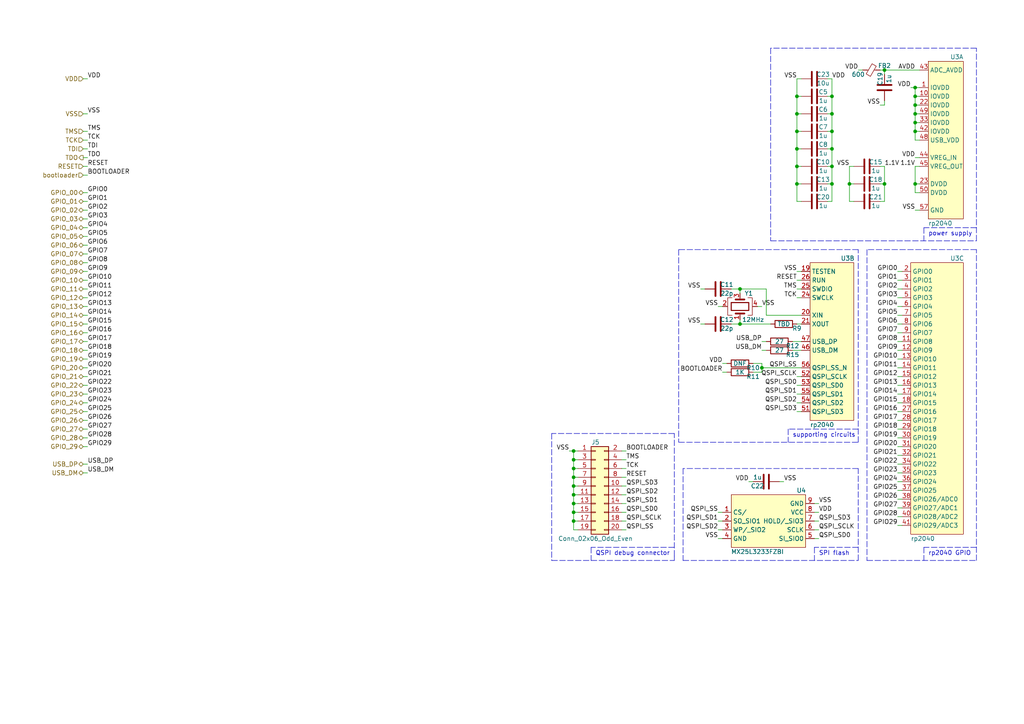
<source format=kicad_sch>
(kicad_sch (version 20211123) (generator eeschema)
  (paper "A4")
  (lib_symbols
    (symbol "Connector_Generic:Conn_02x10_Odd_Even" (pin_names (offset 1.016) hide)
      (property "Reference" "J" (at 1.27 12.7 0))
      (property "Value" "Conn_02x10_Odd_Even" (at 1.27 -15.24 0))
      (symbol "Conn_02x10_Odd_Even_1_1"
        (rectangle (start -1.27 -12.573) (end 0 -12.827) (stroke (width 0.1524)))
        (rectangle (start -1.27 -10.033) (end 0 -10.287) (stroke (width 0.1524)))
        (rectangle (start -1.27 -7.493) (end 0 -7.747) (stroke (width 0.1524)))
        (rectangle (start -1.27 -4.953) (end 0 -5.207) (stroke (width 0.1524)))
        (rectangle (start -1.27 -2.413) (end 0 -2.667) (stroke (width 0.1524)))
        (rectangle (start -1.27 0.127) (end 0 -0.127) (stroke (width 0.1524)))
        (rectangle (start -1.27 2.667) (end 0 2.413) (stroke (width 0.1524)))
        (rectangle (start -1.27 5.207) (end 0 4.953) (stroke (width 0.1524)))
        (rectangle (start -1.27 7.747) (end 0 7.493) (stroke (width 0.1524)))
        (rectangle (start -1.27 10.287) (end 0 10.033) (stroke (width 0.1524)))
        (rectangle (start -1.27 11.43) (end 3.81 -13.97) (stroke (width 0.254)) (fill (type background)))
        (rectangle (start 3.81 -12.573) (end 2.54 -12.827) (stroke (width 0.1524)))
        (rectangle (start 3.81 -10.033) (end 2.54 -10.287) (stroke (width 0.1524)))
        (rectangle (start 3.81 -7.493) (end 2.54 -7.747) (stroke (width 0.1524)))
        (rectangle (start 3.81 -4.953) (end 2.54 -5.207) (stroke (width 0.1524)))
        (rectangle (start 3.81 -2.413) (end 2.54 -2.667) (stroke (width 0.1524)))
        (rectangle (start 3.81 0.127) (end 2.54 -0.127) (stroke (width 0.1524)))
        (rectangle (start 3.81 2.667) (end 2.54 2.413) (stroke (width 0.1524)))
        (rectangle (start 3.81 5.207) (end 2.54 4.953) (stroke (width 0.1524)))
        (rectangle (start 3.81 7.747) (end 2.54 7.493) (stroke (width 0.1524)))
        (rectangle (start 3.81 10.287) (end 2.54 10.033) (stroke (width 0.1524)))
        (pin passive line (at -5.08 10.16 0) (length 3.81) (name "Pin_1") (number "1"))
        (pin passive line (at 7.62 0 180) (length 3.81) (name "Pin_10") (number "10"))
        (pin passive line (at -5.08 -2.54 0) (length 3.81) (name "Pin_11") (number "11"))
        (pin passive line (at 7.62 -2.54 180) (length 3.81) (name "Pin_12") (number "12"))
        (pin passive line (at -5.08 -5.08 0) (length 3.81) (name "Pin_13") (number "13"))
        (pin passive line (at 7.62 -5.08 180) (length 3.81) (name "Pin_14") (number "14"))
        (pin passive line (at -5.08 -7.62 0) (length 3.81) (name "Pin_15") (number "15"))
        (pin passive line (at 7.62 -7.62 180) (length 3.81) (name "Pin_16") (number "16"))
        (pin passive line (at -5.08 -10.16 0) (length 3.81) (name "Pin_17") (number "17"))
        (pin passive line (at 7.62 -10.16 180) (length 3.81) (name "Pin_18") (number "18"))
        (pin passive line (at -5.08 -12.7 0) (length 3.81) (name "Pin_19") (number "19"))
        (pin passive line (at 7.62 10.16 180) (length 3.81) (name "Pin_2") (number "2"))
        (pin passive line (at 7.62 -12.7 180) (length 3.81) (name "Pin_20") (number "20"))
        (pin passive line (at -5.08 7.62 0) (length 3.81) (name "Pin_3") (number "3"))
        (pin passive line (at 7.62 7.62 180) (length 3.81) (name "Pin_4") (number "4"))
        (pin passive line (at -5.08 5.08 0) (length 3.81) (name "Pin_5") (number "5"))
        (pin passive line (at 7.62 5.08 180) (length 3.81) (name "Pin_6") (number "6"))
        (pin passive line (at -5.08 2.54 0) (length 3.81) (name "Pin_7") (number "7"))
        (pin passive line (at 7.62 2.54 180) (length 3.81) (name "Pin_8") (number "8"))
        (pin passive line (at -5.08 0 0) (length 3.81) (name "Pin_9") (number "9"))
      )
    )
    (symbol "Device:C" (pin_numbers hide) (pin_names (offset 0.254))
      (property "Reference" "C" (at 0.635 2.54 0))
      (property "Value" "C" (at 0.635 -2.54 0))
      (symbol "C_0_1"
        (polyline (pts (xy -2.032 -0.762) (xy 2.032 -0.762)) (stroke (width 0.508)))
        (polyline (pts (xy -2.032 0.762) (xy 2.032 0.762)) (stroke (width 0.508)))
      )
      (symbol "C_1_1"
        (pin passive line (at 0 3.81 270) (length 2.794) (name "~") (number "1"))
        (pin passive line (at 0 -3.81 90) (length 2.794) (name "~") (number "2"))
      )
    )
    (symbol "Device:Crystal_GND24" (pin_names (offset 1.016) hide)
      (property "Reference" "Y" (at 3.175 5.08 0))
      (property "Value" "Crystal_GND24" (at 3.175 3.175 0))
      (symbol "Crystal_GND24_0_1"
        (rectangle (start -1.143 2.54) (end 1.143 -2.54) (stroke (width 0.3048)))
        (polyline (pts (xy -2.54 0) (xy -2.032 0)))
        (polyline (pts (xy -2.032 -1.27) (xy -2.032 1.27)) (stroke (width 0.508)))
        (polyline (pts (xy 0 -3.81) (xy 0 -3.556)))
        (polyline (pts (xy 0 3.556) (xy 0 3.81)))
        (polyline (pts (xy 2.032 -1.27) (xy 2.032 1.27)) (stroke (width 0.508)))
        (polyline (pts (xy 2.032 0) (xy 2.54 0)))
        (polyline (pts (xy -2.54 -2.286) (xy -2.54 -3.556) (xy 2.54 -3.556) (xy 2.54 -2.286)))
        (polyline (pts (xy -2.54 2.286) (xy -2.54 3.556) (xy 2.54 3.556) (xy 2.54 2.286)))
      )
      (symbol "Crystal_GND24_1_1"
        (pin passive line (at -3.81 0 0) (length 1.27) (name "1") (number "1"))
        (pin passive line (at 0 5.08 270) (length 1.27) (name "2") (number "2"))
        (pin passive line (at 3.81 0 180) (length 1.27) (name "3") (number "3"))
        (pin passive line (at 0 -5.08 90) (length 1.27) (name "4") (number "4"))
      )
    )
    (symbol "Device:FerriteBead_Small" (pin_numbers hide) (pin_names (offset 0))
      (property "Reference" "FB" (at 1.905 1.27 0))
      (property "Value" "FerriteBead_Small" (at 1.905 -1.27 0))
      (symbol "FerriteBead_Small_0_1"
        (polyline (pts (xy 0 -1.27) (xy 0 -0.7874)))
        (polyline (pts (xy 0 0.889) (xy 0 1.2954)))
        (polyline (pts (xy -1.8288 0.2794) (xy -1.1176 1.4986) (xy 1.8288 -0.2032) (xy 1.1176 -1.4224) (xy -1.8288 0.2794)))
      )
      (symbol "FerriteBead_Small_1_1"
        (pin passive line (at 0 2.54 270) (length 1.27) (name "~") (number "1"))
        (pin passive line (at 0 -2.54 90) (length 1.27) (name "~") (number "2"))
      )
    )
    (symbol "Device:R" (pin_numbers hide) (pin_names (offset 0))
      (property "Reference" "R" (at 2.032 0 90))
      (property "Value" "R" (at 0 0 90))
      (symbol "R_0_1"
        (rectangle (start -1.016 -2.54) (end 1.016 2.54) (stroke (width 0.254)))
      )
      (symbol "R_1_1"
        (pin passive line (at 0 3.81 270) (length 1.27) (name "~") (number "1"))
        (pin passive line (at 0 -3.81 90) (length 1.27) (name "~") (number "2"))
      )
    )
    (symbol "SquantorGenericDigital:25X_9pin_QSPI_flash"
      (property "Reference" "U" (at 0 10.16 0))
      (property "Value" "25X_9pin_QSPI_flash" (at 0 -10.16 0))
      (symbol "25X_9pin_QSPI_flash_0_1"
        (rectangle (start -11.43 8.89) (end 10.16 -6.35) (fill (type background)))
      )
      (symbol "25X_9pin_QSPI_flash_1_1"
        (pin input line (at -13.97 3.81 0) (length 2.54) (name "CS/") (number "1"))
        (pin bidirectional line (at -13.97 1.27 0) (length 2.54) (name "SO_SIO1") (number "2"))
        (pin bidirectional line (at -13.97 -1.27 0) (length 2.54) (name "WP/_SIO2") (number "3"))
        (pin power_in line (at -13.97 -3.81 0) (length 2.54) (name "GND") (number "4"))
        (pin power_in line (at 12.7 -3.81 180) (length 2.54) (name "SI_SIO0") (number "5"))
        (pin input line (at 12.7 -1.27 180) (length 2.54) (name "SCLK") (number "6"))
        (pin bidirectional line (at 12.7 1.27 180) (length 2.54) (name "HOLD/_SIO3") (number "7"))
        (pin power_in line (at 12.7 3.81 180) (length 2.54) (name "VCC") (number "8"))
        (pin power_in line (at 12.7 6.35 180) (length 2.54) (name "GND") (number "9"))
      )
    )
    (symbol "SquantorRaspberryPi:rp2040"
      (property "Reference" "U" (at 0 40.64 0))
      (property "Value" "rp2040" (at 0 -40.64 0))
      (symbol "rp2040_1_1"
        (rectangle (start -5.08 22.86) (end 5.08 -22.86) (fill (type background)))
        (pin power_in line (at -7.62 15.24 0) (length 2.54) (name "IOVDD") (number "1"))
        (pin power_in line (at -7.62 12.7 0) (length 2.54) (name "IOVDD") (number "10"))
        (pin power_in line (at -7.62 10.16 0) (length 2.54) (name "IOVDD") (number "22"))
        (pin power_in line (at -7.62 -12.7 0) (length 2.54) (name "DVDD") (number "23"))
        (pin power_in line (at -7.62 5.08 0) (length 2.54) (name "IOVDD") (number "33"))
        (pin power_in line (at -7.62 2.54 0) (length 2.54) (name "IOVDD") (number "42"))
        (pin power_in line (at -7.62 20.32 0) (length 2.54) (name "ADC_AVDD") (number "43"))
        (pin power_in line (at -7.62 -5.08 0) (length 2.54) (name "VREG_IN") (number "44"))
        (pin power_out line (at -7.62 -7.62 0) (length 2.54) (name "VREG_OUT") (number "45"))
        (pin power_in line (at -7.62 0 0) (length 2.54) (name "USB_VDD") (number "48"))
        (pin power_in line (at -7.62 7.62 0) (length 2.54) (name "IOVDD") (number "49"))
        (pin power_in line (at -7.62 -15.24 0) (length 2.54) (name "DVDD") (number "50"))
        (pin power_in line (at -7.62 -20.32 0) (length 2.54) (name "GND") (number "57"))
      )
      (symbol "rp2040_2_1"
        (rectangle (start -6.35 22.86) (end 6.35 -22.86) (fill (type background)))
        (pin input line (at -8.89 20.32 0) (length 2.54) (name "TESTEN") (number "19"))
        (pin input line (at -8.89 7.62 0) (length 2.54) (name "XIN") (number "20"))
        (pin output line (at -8.89 5.08 0) (length 2.54) (name "XOUT") (number "21"))
        (pin input line (at -8.89 12.7 0) (length 2.54) (name "SWCLK") (number "24"))
        (pin bidirectional line (at -8.89 15.24 0) (length 2.54) (name "SWDIO") (number "25"))
        (pin input line (at -8.89 17.78 0) (length 2.54) (name "RUN") (number "26"))
        (pin bidirectional line (at -8.89 -2.54 0) (length 2.54) (name "USB_DM") (number "46"))
        (pin bidirectional line (at -8.89 0 0) (length 2.54) (name "USB_DP") (number "47"))
        (pin bidirectional line (at -8.89 -20.32 0) (length 2.54) (name "QSPI_SD3") (number "51"))
        (pin output line (at -8.89 -10.16 0) (length 2.54) (name "QSPI_SCLK") (number "52"))
        (pin bidirectional line (at -8.89 -12.7 0) (length 2.54) (name "QSPI_SD0") (number "53"))
        (pin bidirectional line (at -8.89 -17.78 0) (length 2.54) (name "QSPI_SD2") (number "54"))
        (pin bidirectional line (at -8.89 -15.24 0) (length 2.54) (name "QSPI_SD1") (number "55"))
        (pin output line (at -8.89 -7.62 0) (length 2.54) (name "QSPI_SS_N") (number "56"))
      )
      (symbol "rp2040_3_1"
        (rectangle (start -7.62 39.37) (end 7.62 -39.37) (fill (type background)))
        (pin bidirectional line (at -10.16 16.51 0) (length 2.54) (name "GPIO8") (number "11"))
        (pin bidirectional line (at -10.16 13.97 0) (length 2.54) (name "GPIO9") (number "12"))
        (pin bidirectional line (at -10.16 11.43 0) (length 2.54) (name "GPIO10") (number "13"))
        (pin bidirectional line (at -10.16 8.89 0) (length 2.54) (name "GPIO11") (number "14"))
        (pin bidirectional line (at -10.16 6.35 0) (length 2.54) (name "GPIO12") (number "15"))
        (pin bidirectional line (at -10.16 3.81 0) (length 2.54) (name "GPIO13") (number "16"))
        (pin bidirectional line (at -10.16 1.27 0) (length 2.54) (name "GPIO14") (number "17"))
        (pin bidirectional line (at -10.16 -1.27 0) (length 2.54) (name "GPIO15") (number "18"))
        (pin bidirectional line (at -10.16 36.83 0) (length 2.54) (name "GPIO0") (number "2"))
        (pin bidirectional line (at -10.16 -3.81 0) (length 2.54) (name "GPIO16") (number "27"))
        (pin bidirectional line (at -10.16 -6.35 0) (length 2.54) (name "GPIO17") (number "28"))
        (pin bidirectional line (at -10.16 -8.89 0) (length 2.54) (name "GPIO18") (number "29"))
        (pin bidirectional line (at -10.16 34.29 0) (length 2.54) (name "GPIO1") (number "3"))
        (pin bidirectional line (at -10.16 -11.43 0) (length 2.54) (name "GPIO19") (number "30"))
        (pin bidirectional line (at -10.16 -13.97 0) (length 2.54) (name "GPIO20") (number "31"))
        (pin bidirectional line (at -10.16 -16.51 0) (length 2.54) (name "GPIO21") (number "32"))
        (pin bidirectional line (at -10.16 -19.05 0) (length 2.54) (name "GPIO22") (number "34"))
        (pin bidirectional line (at -10.16 -21.59 0) (length 2.54) (name "GPIO23") (number "35"))
        (pin bidirectional line (at -10.16 -24.13 0) (length 2.54) (name "GPIO24") (number "36"))
        (pin bidirectional line (at -10.16 -26.67 0) (length 2.54) (name "GPIO25") (number "37"))
        (pin bidirectional line (at -10.16 -29.21 0) (length 2.54) (name "GPIO26/ADC0") (number "38"))
        (pin bidirectional line (at -10.16 -31.75 0) (length 2.54) (name "GPIO27/ADC1") (number "39"))
        (pin bidirectional line (at -10.16 31.75 0) (length 2.54) (name "GPIO2") (number "4"))
        (pin bidirectional line (at -10.16 -34.29 0) (length 2.54) (name "GPIO28/ADC2") (number "40"))
        (pin bidirectional line (at -10.16 -36.83 0) (length 2.54) (name "GPIO29/ADC3") (number "41"))
        (pin bidirectional line (at -10.16 29.21 0) (length 2.54) (name "GPIO3") (number "5"))
        (pin bidirectional line (at -10.16 26.67 0) (length 2.54) (name "GPIO4") (number "6"))
        (pin bidirectional line (at -10.16 24.13 0) (length 2.54) (name "GPIO5") (number "7"))
        (pin bidirectional line (at -10.16 21.59 0) (length 2.54) (name "GPIO6") (number "8"))
        (pin bidirectional line (at -10.16 19.05 0) (length 2.54) (name "GPIO7") (number "9"))
      )
    )
  )
  (junction (at 256.54 53.34))
  (junction (at 214.63 83.82))
  (junction (at 241.3 38.1))
  (junction (at 265.43 30.48))
  (junction (at 265.43 25.4))
  (junction (at 246.38 53.34))
  (junction (at 166.37 130.81))
  (junction (at 241.3 53.34))
  (junction (at 231.14 27.94))
  (junction (at 214.63 93.98))
  (junction (at 231.14 33.02))
  (junction (at 231.14 53.34))
  (junction (at 166.37 151.13))
  (junction (at 256.54 20.32))
  (junction (at 265.43 38.1))
  (junction (at 241.3 43.18))
  (junction (at 265.43 33.02))
  (junction (at 265.43 53.34))
  (junction (at 241.3 48.26))
  (junction (at 166.37 140.97))
  (junction (at 166.37 148.59))
  (junction (at 241.3 33.02))
  (junction (at 220.98 106.68))
  (junction (at 241.3 27.94))
  (junction (at 166.37 146.05))
  (junction (at 231.14 48.26))
  (junction (at 231.14 43.18))
  (junction (at 166.37 138.43))
  (junction (at 166.37 135.89))
  (junction (at 166.37 143.51))
  (junction (at 265.43 35.56))
  (junction (at 265.43 27.94))
  (junction (at 231.14 38.1))
  (junction (at 166.37 133.35))
  (wire (pts (xy 208.28 156.21) (xy 209.55 156.21)))
  (wire (pts (xy 260.35 83.82) (xy 261.62 83.82)))
  (wire (pts (xy 166.37 140.97) (xy 167.64 140.97)))
  (wire (pts (xy 165.1 130.81) (xy 166.37 130.81)))
  (wire (pts (xy 260.35 106.68) (xy 261.62 106.68)))
  (wire (pts (xy 166.37 143.51) (xy 166.37 146.05)))
  (wire (pts (xy 231.14 93.98) (xy 232.41 93.98)))
  (wire (pts (xy 24.13 111.76) (xy 25.4 111.76)))
  (polyline (pts (xy 195.58 161.29) (xy 195.58 162.56)))
  (wire (pts (xy 229.87 101.6) (xy 232.41 101.6)))
  (wire (pts (xy 260.35 147.32) (xy 261.62 147.32)))
  (wire (pts (xy 241.3 38.1) (xy 240.03 38.1)))
  (wire (pts (xy 180.34 138.43) (xy 181.61 138.43)))
  (polyline (pts (xy 283.21 72.39) (xy 251.46 72.39)))
  (wire (pts (xy 248.92 20.32) (xy 250.19 20.32)))
  (wire (pts (xy 24.13 22.86) (xy 25.4 22.86)))
  (polyline (pts (xy 251.46 72.39) (xy 251.46 162.56)))
  (wire (pts (xy 236.22 156.21) (xy 237.49 156.21)))
  (wire (pts (xy 24.13 106.68) (xy 25.4 106.68)))
  (wire (pts (xy 260.35 78.74) (xy 261.62 78.74)))
  (wire (pts (xy 166.37 130.81) (xy 167.64 130.81)))
  (wire (pts (xy 24.13 73.66) (xy 25.4 73.66)))
  (wire (pts (xy 24.13 134.62) (xy 25.4 134.62)))
  (wire (pts (xy 232.41 53.34) (xy 231.14 53.34)))
  (polyline (pts (xy 236.22 158.75) (xy 236.22 162.56)))
  (wire (pts (xy 229.87 99.06) (xy 232.41 99.06)))
  (wire (pts (xy 24.13 50.8) (xy 25.4 50.8)))
  (wire (pts (xy 217.17 139.7) (xy 218.44 139.7)))
  (wire (pts (xy 180.34 153.67) (xy 181.61 153.67)))
  (wire (pts (xy 232.41 33.02) (xy 231.14 33.02)))
  (wire (pts (xy 260.35 104.14) (xy 261.62 104.14)))
  (polyline (pts (xy 267.97 66.04) (xy 267.97 69.85)))
  (wire (pts (xy 232.41 43.18) (xy 231.14 43.18)))
  (wire (pts (xy 260.35 91.44) (xy 261.62 91.44)))
  (wire (pts (xy 265.43 55.88) (xy 266.7 55.88)))
  (wire (pts (xy 265.43 38.1) (xy 265.43 40.64)))
  (wire (pts (xy 232.41 38.1) (xy 231.14 38.1)))
  (polyline (pts (xy 283.21 66.04) (xy 267.97 66.04)))
  (wire (pts (xy 265.43 33.02) (xy 266.7 33.02)))
  (wire (pts (xy 256.54 20.32) (xy 256.54 21.59)))
  (wire (pts (xy 256.54 48.26) (xy 255.27 48.26)))
  (wire (pts (xy 222.25 83.82) (xy 214.63 83.82)))
  (polyline (pts (xy 267.97 158.75) (xy 267.97 162.56)))
  (wire (pts (xy 209.55 105.41) (xy 210.82 105.41)))
  (wire (pts (xy 246.38 48.26) (xy 246.38 53.34)))
  (wire (pts (xy 265.43 53.34) (xy 265.43 55.88)))
  (wire (pts (xy 166.37 143.51) (xy 167.64 143.51)))
  (wire (pts (xy 231.14 78.74) (xy 232.41 78.74)))
  (wire (pts (xy 180.34 151.13) (xy 181.61 151.13)))
  (wire (pts (xy 24.13 43.18) (xy 25.4 43.18)))
  (polyline (pts (xy 251.46 162.56) (xy 283.21 162.56)))
  (wire (pts (xy 231.14 27.94) (xy 231.14 33.02)))
  (polyline (pts (xy 248.92 162.56) (xy 248.92 135.89)))
  (wire (pts (xy 214.63 93.98) (xy 223.52 93.98)))
  (wire (pts (xy 265.43 48.26) (xy 265.43 53.34)))
  (wire (pts (xy 231.14 33.02) (xy 231.14 38.1)))
  (polyline (pts (xy 198.12 162.56) (xy 248.92 162.56)))
  (polyline (pts (xy 160.02 162.56) (xy 195.58 162.56)))
  (wire (pts (xy 209.55 107.95) (xy 210.82 107.95)))
  (wire (pts (xy 203.2 93.98) (xy 204.47 93.98)))
  (wire (pts (xy 208.28 88.9) (xy 209.55 88.9)))
  (wire (pts (xy 220.98 106.68) (xy 232.41 106.68)))
  (wire (pts (xy 218.44 105.41) (xy 220.98 105.41)))
  (wire (pts (xy 260.35 96.52) (xy 261.62 96.52)))
  (polyline (pts (xy 195.58 161.29) (xy 195.58 125.73)))
  (wire (pts (xy 265.43 25.4) (xy 266.7 25.4)))
  (wire (pts (xy 166.37 135.89) (xy 167.64 135.89)))
  (wire (pts (xy 260.35 124.46) (xy 261.62 124.46)))
  (wire (pts (xy 260.35 139.7) (xy 261.62 139.7)))
  (wire (pts (xy 180.34 140.97) (xy 181.61 140.97)))
  (wire (pts (xy 260.35 129.54) (xy 261.62 129.54)))
  (wire (pts (xy 214.63 83.82) (xy 214.63 85.09)))
  (wire (pts (xy 241.3 38.1) (xy 241.3 43.18)))
  (wire (pts (xy 24.13 55.88) (xy 25.4 55.88)))
  (wire (pts (xy 231.14 43.18) (xy 231.14 48.26)))
  (wire (pts (xy 180.34 133.35) (xy 181.61 133.35)))
  (wire (pts (xy 266.7 40.64) (xy 265.43 40.64)))
  (polyline (pts (xy 223.52 13.97) (xy 223.52 69.85)))
  (wire (pts (xy 236.22 148.59) (xy 237.49 148.59)))
  (wire (pts (xy 265.43 30.48) (xy 266.7 30.48)))
  (wire (pts (xy 24.13 83.82) (xy 25.4 83.82)))
  (wire (pts (xy 24.13 71.12) (xy 25.4 71.12)))
  (wire (pts (xy 265.43 45.72) (xy 266.7 45.72)))
  (wire (pts (xy 265.43 27.94) (xy 265.43 30.48)))
  (wire (pts (xy 256.54 30.48) (xy 255.27 30.48)))
  (wire (pts (xy 265.43 60.96) (xy 266.7 60.96)))
  (polyline (pts (xy 283.21 162.56) (xy 283.21 72.39)))
  (wire (pts (xy 260.35 109.22) (xy 261.62 109.22)))
  (wire (pts (xy 264.16 25.4) (xy 265.43 25.4)))
  (wire (pts (xy 166.37 146.05) (xy 167.64 146.05)))
  (wire (pts (xy 231.14 119.38) (xy 232.41 119.38)))
  (wire (pts (xy 166.37 135.89) (xy 166.37 138.43)))
  (wire (pts (xy 231.14 83.82) (xy 232.41 83.82)))
  (wire (pts (xy 24.13 93.98) (xy 25.4 93.98)))
  (wire (pts (xy 241.3 53.34) (xy 241.3 58.42)))
  (wire (pts (xy 24.13 121.92) (xy 25.4 121.92)))
  (wire (pts (xy 236.22 151.13) (xy 237.49 151.13)))
  (wire (pts (xy 260.35 116.84) (xy 261.62 116.84)))
  (wire (pts (xy 24.13 86.36) (xy 25.4 86.36)))
  (wire (pts (xy 166.37 138.43) (xy 166.37 140.97)))
  (wire (pts (xy 214.63 92.71) (xy 214.63 93.98)))
  (wire (pts (xy 265.43 48.26) (xy 266.7 48.26)))
  (wire (pts (xy 24.13 127) (xy 25.4 127)))
  (wire (pts (xy 232.41 91.44) (xy 222.25 91.44)))
  (wire (pts (xy 241.3 48.26) (xy 240.03 48.26)))
  (polyline (pts (xy 195.58 125.73) (xy 160.02 125.73)))
  (wire (pts (xy 25.4 40.64) (xy 24.13 40.64)))
  (wire (pts (xy 218.44 107.95) (xy 220.98 107.95)))
  (wire (pts (xy 265.43 53.34) (xy 266.7 53.34)))
  (wire (pts (xy 265.43 35.56) (xy 265.43 38.1)))
  (polyline (pts (xy 283.21 13.97) (xy 223.52 13.97)))
  (wire (pts (xy 265.43 33.02) (xy 265.43 35.56)))
  (polyline (pts (xy 248.92 124.46) (xy 228.6 124.46)))
  (wire (pts (xy 260.35 149.86) (xy 261.62 149.86)))
  (wire (pts (xy 231.14 58.42) (xy 232.41 58.42)))
  (wire (pts (xy 260.35 99.06) (xy 261.62 99.06)))
  (wire (pts (xy 256.54 53.34) (xy 256.54 58.42)))
  (wire (pts (xy 208.28 151.13) (xy 209.55 151.13)))
  (wire (pts (xy 260.35 111.76) (xy 261.62 111.76)))
  (wire (pts (xy 24.13 38.1) (xy 25.4 38.1)))
  (wire (pts (xy 231.14 109.22) (xy 232.41 109.22)))
  (wire (pts (xy 265.43 38.1) (xy 266.7 38.1)))
  (wire (pts (xy 231.14 114.3) (xy 232.41 114.3)))
  (wire (pts (xy 260.35 114.3) (xy 261.62 114.3)))
  (wire (pts (xy 232.41 27.94) (xy 231.14 27.94)))
  (wire (pts (xy 24.13 119.38) (xy 25.4 119.38)))
  (polyline (pts (xy 195.58 158.75) (xy 171.45 158.75)))
  (wire (pts (xy 214.63 83.82) (xy 212.09 83.82)))
  (wire (pts (xy 260.35 101.6) (xy 261.62 101.6)))
  (wire (pts (xy 241.3 43.18) (xy 241.3 48.26)))
  (polyline (pts (xy 283.21 69.85) (xy 283.21 13.97)))
  (wire (pts (xy 241.3 43.18) (xy 240.03 43.18)))
  (wire (pts (xy 166.37 146.05) (xy 166.37 148.59)))
  (wire (pts (xy 24.13 137.16) (xy 25.4 137.16)))
  (wire (pts (xy 24.13 68.58) (xy 25.4 68.58)))
  (wire (pts (xy 231.14 38.1) (xy 231.14 43.18)))
  (wire (pts (xy 231.14 81.28) (xy 232.41 81.28)))
  (wire (pts (xy 241.3 53.34) (xy 240.03 53.34)))
  (polyline (pts (xy 248.92 72.39) (xy 196.85 72.39)))
  (wire (pts (xy 241.3 58.42) (xy 240.03 58.42)))
  (wire (pts (xy 24.13 76.2) (xy 25.4 76.2)))
  (wire (pts (xy 208.28 153.67) (xy 209.55 153.67)))
  (wire (pts (xy 256.54 29.21) (xy 256.54 30.48)))
  (wire (pts (xy 256.54 20.32) (xy 266.7 20.32)))
  (wire (pts (xy 241.3 22.86) (xy 240.03 22.86)))
  (wire (pts (xy 260.35 137.16) (xy 261.62 137.16)))
  (wire (pts (xy 232.41 48.26) (xy 231.14 48.26)))
  (wire (pts (xy 246.38 53.34) (xy 246.38 58.42)))
  (wire (pts (xy 166.37 151.13) (xy 166.37 153.67)))
  (wire (pts (xy 260.35 152.4) (xy 261.62 152.4)))
  (wire (pts (xy 241.3 22.86) (xy 241.3 27.94)))
  (wire (pts (xy 260.35 119.38) (xy 261.62 119.38)))
  (wire (pts (xy 260.35 127) (xy 261.62 127)))
  (wire (pts (xy 255.27 20.32) (xy 256.54 20.32)))
  (wire (pts (xy 265.43 30.48) (xy 265.43 33.02)))
  (wire (pts (xy 241.3 33.02) (xy 240.03 33.02)))
  (wire (pts (xy 246.38 58.42) (xy 247.65 58.42)))
  (wire (pts (xy 231.14 116.84) (xy 232.41 116.84)))
  (wire (pts (xy 203.2 83.82) (xy 204.47 83.82)))
  (wire (pts (xy 241.3 27.94) (xy 241.3 33.02)))
  (wire (pts (xy 166.37 140.97) (xy 166.37 143.51)))
  (wire (pts (xy 24.13 124.46) (xy 25.4 124.46)))
  (wire (pts (xy 24.13 33.02) (xy 25.4 33.02)))
  (wire (pts (xy 166.37 138.43) (xy 167.64 138.43)))
  (wire (pts (xy 231.14 48.26) (xy 231.14 53.34)))
  (polyline (pts (xy 196.85 72.39) (xy 196.85 128.27)))
  (wire (pts (xy 231.14 22.86) (xy 231.14 27.94)))
  (wire (pts (xy 260.35 144.78) (xy 261.62 144.78)))
  (wire (pts (xy 241.3 33.02) (xy 241.3 38.1)))
  (wire (pts (xy 166.37 148.59) (xy 166.37 151.13)))
  (wire (pts (xy 260.35 132.08) (xy 261.62 132.08)))
  (wire (pts (xy 260.35 88.9) (xy 261.62 88.9)))
  (wire (pts (xy 260.35 86.36) (xy 261.62 86.36)))
  (wire (pts (xy 208.28 148.59) (xy 209.55 148.59)))
  (polyline (pts (xy 171.45 158.75) (xy 171.45 162.56)))
  (wire (pts (xy 24.13 58.42) (xy 25.4 58.42)))
  (wire (pts (xy 166.37 148.59) (xy 167.64 148.59)))
  (wire (pts (xy 247.65 53.34) (xy 246.38 53.34)))
  (polyline (pts (xy 160.02 125.73) (xy 160.02 162.56)))
  (wire (pts (xy 24.13 109.22) (xy 25.4 109.22)))
  (wire (pts (xy 25.4 45.72) (xy 24.13 45.72)))
  (wire (pts (xy 220.98 106.68) (xy 220.98 107.95)))
  (wire (pts (xy 260.35 81.28) (xy 261.62 81.28)))
  (wire (pts (xy 180.34 135.89) (xy 181.61 135.89)))
  (wire (pts (xy 24.13 96.52) (xy 25.4 96.52)))
  (wire (pts (xy 24.13 99.06) (xy 25.4 99.06)))
  (wire (pts (xy 260.35 121.92) (xy 261.62 121.92)))
  (wire (pts (xy 24.13 60.96) (xy 25.4 60.96)))
  (wire (pts (xy 24.13 116.84) (xy 25.4 116.84)))
  (wire (pts (xy 180.34 143.51) (xy 181.61 143.51)))
  (wire (pts (xy 166.37 130.81) (xy 166.37 133.35)))
  (wire (pts (xy 24.13 88.9) (xy 25.4 88.9)))
  (polyline (pts (xy 248.92 135.89) (xy 198.12 135.89)))
  (wire (pts (xy 24.13 104.14) (xy 25.4 104.14)))
  (wire (pts (xy 260.35 93.98) (xy 261.62 93.98)))
  (wire (pts (xy 166.37 133.35) (xy 166.37 135.89)))
  (wire (pts (xy 24.13 129.54) (xy 25.4 129.54)))
  (polyline (pts (xy 248.92 128.27) (xy 248.92 72.39)))
  (wire (pts (xy 231.14 53.34) (xy 231.14 58.42)))
  (wire (pts (xy 220.98 101.6) (xy 222.25 101.6)))
  (wire (pts (xy 265.43 27.94) (xy 266.7 27.94)))
  (wire (pts (xy 219.71 88.9) (xy 220.98 88.9)))
  (wire (pts (xy 24.13 66.04) (xy 25.4 66.04)))
  (wire (pts (xy 222.25 91.44) (xy 222.25 83.82)))
  (polyline (pts (xy 283.21 158.75) (xy 267.97 158.75)))
  (wire (pts (xy 256.54 53.34) (xy 255.27 53.34)))
  (wire (pts (xy 24.13 63.5) (xy 25.4 63.5)))
  (wire (pts (xy 180.34 146.05) (xy 181.61 146.05)))
  (wire (pts (xy 166.37 133.35) (xy 167.64 133.35)))
  (wire (pts (xy 220.98 105.41) (xy 220.98 106.68)))
  (wire (pts (xy 220.98 99.06) (xy 222.25 99.06)))
  (wire (pts (xy 232.41 22.86) (xy 231.14 22.86)))
  (polyline (pts (xy 248.92 158.75) (xy 236.22 158.75)))
  (wire (pts (xy 265.43 35.56) (xy 266.7 35.56)))
  (wire (pts (xy 265.43 25.4) (xy 265.43 27.94)))
  (wire (pts (xy 256.54 48.26) (xy 256.54 53.34)))
  (wire (pts (xy 24.13 101.6) (xy 25.4 101.6)))
  (wire (pts (xy 180.34 148.59) (xy 181.61 148.59)))
  (polyline (pts (xy 198.12 135.89) (xy 198.12 162.56)))
  (wire (pts (xy 180.34 130.81) (xy 181.61 130.81)))
  (wire (pts (xy 236.22 146.05) (xy 237.49 146.05)))
  (wire (pts (xy 247.65 48.26) (xy 246.38 48.26)))
  (wire (pts (xy 236.22 153.67) (xy 237.49 153.67)))
  (wire (pts (xy 241.3 48.26) (xy 241.3 53.34)))
  (wire (pts (xy 24.13 91.44) (xy 25.4 91.44)))
  (wire (pts (xy 226.06 139.7) (xy 227.33 139.7)))
  (wire (pts (xy 166.37 151.13) (xy 167.64 151.13)))
  (wire (pts (xy 260.35 142.24) (xy 261.62 142.24)))
  (wire (pts (xy 231.14 86.36) (xy 232.41 86.36)))
  (wire (pts (xy 260.35 134.62) (xy 261.62 134.62)))
  (polyline (pts (xy 196.85 128.27) (xy 248.92 128.27)))
  (wire (pts (xy 24.13 78.74) (xy 25.4 78.74)))
  (wire (pts (xy 256.54 58.42) (xy 255.27 58.42)))
  (wire (pts (xy 24.13 48.26) (xy 25.4 48.26)))
  (wire (pts (xy 212.09 93.98) (xy 214.63 93.98)))
  (wire (pts (xy 231.14 111.76) (xy 232.41 111.76)))
  (wire (pts (xy 241.3 27.94) (xy 240.03 27.94)))
  (wire (pts (xy 24.13 114.3) (xy 25.4 114.3)))
  (polyline (pts (xy 223.52 69.85) (xy 283.21 69.85)))
  (polyline (pts (xy 228.6 124.46) (xy 228.6 128.27)))
  (wire (pts (xy 166.37 153.67) (xy 167.64 153.67)))
  (wire (pts (xy 24.13 81.28) (xy 25.4 81.28)))
  (text "supporting circuits" (at 229.87 127 0) (effects (font (size 1.27 1.27)) (justify left bottom)))
  (text "power supply" (at 269.24 68.58 0) (effects (font (size 1.27 1.27)) (justify left bottom)))
  (text "QSPI debug connector" (at 172.72 161.29 0) (effects (font (size 1.27 1.27)) (justify left bottom)))
  (text "rp2040 GPIO" (at 269.24 161.29 0) (effects (font (size 1.27 1.27)) (justify left bottom)))
  (text "SPI flash" (at 237.49 161.29 0) (effects (font (size 1.27 1.27)) (justify left bottom)))
  (label "GPIO16" (at 260.35 119.38 180))
  (label "VDD" (at 237.49 148.59 0))
  (label "QSPI_SD3" (at 181.61 140.97 0))
  (label "GPIO8" (at 25.4 76.2 0))
  (label "VSS" (at 208.28 156.21 180))
  (label "VSS" (at 246.38 48.26 180))
  (label "GPIO13" (at 25.4 88.9 0))
  (label "RESET" (at 231.14 81.28 180))
  (label "GPIO3" (at 260.35 86.36 180))
  (label "GPIO8" (at 260.35 99.06 180))
  (label "GPIO22" (at 25.4 111.76 0))
  (label "QSPI_SD3" (at 231.14 119.38 180))
  (label "QSPI_SD2" (at 208.28 153.67 180))
  (label "GPIO27" (at 25.4 124.46 0))
  (label "TCK" (at 25.4 40.64 0))
  (label "QSPI_SD1" (at 181.61 146.05 0))
  (label "GPIO22" (at 260.35 134.62 180))
  (label "TDI" (at 25.4 43.18 0))
  (label "GPIO14" (at 25.4 91.44 0))
  (label "RESET" (at 25.4 48.26 0))
  (label "GPIO24" (at 25.4 116.84 0))
  (label "GPIO5" (at 260.35 91.44 180))
  (label "QSPI_SD2" (at 181.61 143.51 0))
  (label "1.1V" (at 265.43 48.26 180))
  (label "GPIO1" (at 25.4 58.42 0))
  (label "GPIO28" (at 25.4 127 0))
  (label "GPIO12" (at 260.35 109.22 180))
  (label "GPIO21" (at 260.35 132.08 180))
  (label "VDD" (at 265.43 45.72 180))
  (label "TCK" (at 231.14 86.36 180))
  (label "GPIO19" (at 260.35 127 180))
  (label "USB_DM" (at 25.4 137.16 0))
  (label "GPIO6" (at 25.4 71.12 0))
  (label "VSS" (at 255.27 30.48 180))
  (label "RESET" (at 181.61 138.43 0))
  (label "VDD" (at 217.17 139.7 180))
  (label "GPIO28" (at 260.35 149.86 180))
  (label "VSS" (at 231.14 78.74 180))
  (label "GPIO9" (at 260.35 101.6 180))
  (label "GPIO10" (at 260.35 104.14 180))
  (label "GPIO10" (at 25.4 81.28 0))
  (label "GPIO11" (at 260.35 106.68 180))
  (label "GPIO26" (at 260.35 144.78 180))
  (label "GPIO2" (at 25.4 60.96 0))
  (label "TCK" (at 181.61 135.89 0))
  (label "GPIO27" (at 260.35 147.32 180))
  (label "VSS" (at 237.49 146.05 0))
  (label "QSPI_SD0" (at 181.61 148.59 0))
  (label "GPIO7" (at 25.4 73.66 0))
  (label "AVDD" (at 265.43 20.32 180))
  (label "QSPI_SD0" (at 237.49 156.21 0))
  (label "GPIO0" (at 260.35 78.74 180))
  (label "GPIO15" (at 260.35 116.84 180))
  (label "QSPI_SCLK" (at 237.49 153.67 0))
  (label "GPIO20" (at 260.35 129.54 180))
  (label "VDD" (at 248.92 20.32 180))
  (label "VSS" (at 265.43 60.96 180))
  (label "GPIO7" (at 260.35 96.52 180))
  (label "VSS" (at 227.33 139.7 0))
  (label "GPIO17" (at 25.4 99.06 0))
  (label "VSS" (at 208.28 88.9 180))
  (label "GPIO29" (at 260.35 152.4 180))
  (label "GPIO19" (at 25.4 104.14 0))
  (label "TMS" (at 181.61 133.35 0))
  (label "GPIO1" (at 260.35 81.28 180))
  (label "VSS" (at 231.14 22.86 180))
  (label "QSPI_SD1" (at 208.28 151.13 180))
  (label "QSPI_SD2" (at 231.14 116.84 180))
  (label "QSPI_SD0" (at 231.14 111.76 180))
  (label "GPIO12" (at 25.4 86.36 0))
  (label "GPIO25" (at 260.35 142.24 180))
  (label "VSS" (at 165.1 130.81 180))
  (label "TDO" (at 25.4 45.72 0))
  (label "QSPI_SS" (at 231.14 106.68 180))
  (label "QSPI_SD3" (at 237.49 151.13 0))
  (label "GPIO17" (at 260.35 121.92 180))
  (label "GPIO9" (at 25.4 78.74 0))
  (label "USB_DM" (at 220.98 101.6 180))
  (label "GPIO3" (at 25.4 63.5 0))
  (label "GPIO23" (at 25.4 114.3 0))
  (label "GPIO4" (at 260.35 88.9 180))
  (label "VSS" (at 220.98 88.9 0))
  (label "VDD" (at 25.4 22.86 0))
  (label "VDD" (at 264.16 25.4 180))
  (label "QSPI_SD1" (at 231.14 114.3 180))
  (label "QSPI_SCLK" (at 231.14 109.22 180))
  (label "GPIO18" (at 25.4 101.6 0))
  (label "QSPI_SS" (at 208.28 148.59 180))
  (label "GPIO18" (at 260.35 124.46 180))
  (label "GPIO13" (at 260.35 111.76 180))
  (label "BOOTLOADER" (at 181.61 130.81 0))
  (label "GPIO21" (at 25.4 109.22 0))
  (label "GPIO26" (at 25.4 121.92 0))
  (label "GPIO24" (at 260.35 139.7 180))
  (label "TMS" (at 25.4 38.1 0))
  (label "GPIO16" (at 25.4 96.52 0))
  (label "GPIO20" (at 25.4 106.68 0))
  (label "GPIO6" (at 260.35 93.98 180))
  (label "VSS" (at 203.2 93.98 180))
  (label "GPIO15" (at 25.4 93.98 0))
  (label "GPIO4" (at 25.4 66.04 0))
  (label "TMS" (at 231.14 83.82 180))
  (label "VSS" (at 25.4 33.02 0))
  (label "GPIO23" (at 260.35 137.16 180))
  (label "BOOTLOADER" (at 209.55 107.95 180))
  (label "USB_DP" (at 220.98 99.06 180))
  (label "GPIO29" (at 25.4 129.54 0))
  (label "BOOTLOADER" (at 25.4 50.8 0))
  (label "QSPI_SS" (at 181.61 153.67 0))
  (label "QSPI_SCLK" (at 181.61 151.13 0))
  (label "GPIO11" (at 25.4 83.82 0))
  (label "GPIO0" (at 25.4 55.88 0))
  (label "GPIO25" (at 25.4 119.38 0))
  (label "1.1V" (at 256.54 48.26 0))
  (label "VDD" (at 209.55 105.41 180))
  (label "GPIO2" (at 260.35 83.82 180))
  (label "USB_DP" (at 25.4 134.62 0))
  (label "VSS" (at 203.2 83.82 180))
  (label "GPIO5" (at 25.4 68.58 0))
  (label "GPIO14" (at 260.35 114.3 180))
  (label "VDD" (at 241.3 22.86 0))
  (hierarchical_label "VDD" (shape input) (at 24.13 22.86 180))
  (hierarchical_label "GPIO_26" (shape bidirectional) (at 24.13 121.92 180))
  (hierarchical_label "GPIO_00" (shape bidirectional) (at 24.13 55.88 180))
  (hierarchical_label "GPIO_06" (shape bidirectional) (at 24.13 71.12 180))
  (hierarchical_label "GPIO_23" (shape bidirectional) (at 24.13 114.3 180))
  (hierarchical_label "GPIO_01" (shape bidirectional) (at 24.13 58.42 180))
  (hierarchical_label "GPIO_28" (shape bidirectional) (at 24.13 127 180))
  (hierarchical_label "GPIO_29" (shape bidirectional) (at 24.13 129.54 180))
  (hierarchical_label "USB_DM" (shape bidirectional) (at 24.13 137.16 180))
  (hierarchical_label "VSS" (shape input) (at 24.13 33.02 180))
  (hierarchical_label "GPIO_10" (shape bidirectional) (at 24.13 81.28 180))
  (hierarchical_label "TDI" (shape input) (at 24.13 43.18 180))
  (hierarchical_label "GPIO_18" (shape bidirectional) (at 24.13 101.6 180))
  (hierarchical_label "TDO" (shape output) (at 24.13 45.72 180))
  (hierarchical_label "USB_DP" (shape bidirectional) (at 24.13 134.62 180))
  (hierarchical_label "TMS" (shape input) (at 24.13 38.1 180))
  (hierarchical_label "GPIO_11" (shape bidirectional) (at 24.13 83.82 180))
  (hierarchical_label "GPIO_21" (shape bidirectional) (at 24.13 109.22 180))
  (hierarchical_label "GPIO_09" (shape bidirectional) (at 24.13 78.74 180))
  (hierarchical_label "RESET" (shape input) (at 24.13 48.26 180))
  (hierarchical_label "GPIO_13" (shape bidirectional) (at 24.13 88.9 180))
  (hierarchical_label "GPIO_17" (shape bidirectional) (at 24.13 99.06 180))
  (hierarchical_label "GPIO_19" (shape bidirectional) (at 24.13 104.14 180))
  (hierarchical_label "GPIO_24" (shape bidirectional) (at 24.13 116.84 180))
  (hierarchical_label "GPIO_27" (shape bidirectional) (at 24.13 124.46 180))
  (hierarchical_label "GPIO_08" (shape bidirectional) (at 24.13 76.2 180))
  (hierarchical_label "GPIO_05" (shape bidirectional) (at 24.13 68.58 180))
  (hierarchical_label "GPIO_20" (shape bidirectional) (at 24.13 106.68 180))
  (hierarchical_label "GPIO_14" (shape bidirectional) (at 24.13 91.44 180))
  (hierarchical_label "GPIO_25" (shape bidirectional) (at 24.13 119.38 180))
  (hierarchical_label "GPIO_02" (shape bidirectional) (at 24.13 60.96 180))
  (hierarchical_label "GPIO_15" (shape bidirectional) (at 24.13 93.98 180))
  (hierarchical_label "GPIO_04" (shape bidirectional) (at 24.13 66.04 180))
  (hierarchical_label "GPIO_03" (shape bidirectional) (at 24.13 63.5 180))
  (hierarchical_label "GPIO_07" (shape bidirectional) (at 24.13 73.66 180))
  (hierarchical_label "GPIO_16" (shape bidirectional) (at 24.13 96.52 180))
  (hierarchical_label "GPIO_12" (shape bidirectional) (at 24.13 86.36 180))
  (hierarchical_label "bootloader" (shape input) (at 24.13 50.8 180))
  (hierarchical_label "GPIO_22" (shape bidirectional) (at 24.13 111.76 180))
  (hierarchical_label "TCK" (shape input) (at 24.13 40.64 180))
  (symbol (lib_id "SquantorRaspberryPi:rp2040") (at 241.3 99.06 0) (unit 2)
    (property "Reference" "U3" (at 243.84 74.93 0) (effects (justify left)))
    (property "Value" "rp2040" (at 234.95 123.19 0) (effects (justify left)))
    (property "Footprint" "SquantorIC:QFN56_7by7mm_RaspberryPi" (effects hide))
  )
  (symbol (lib_id "Device:C") (at 222.25 139.7 270) (unit 1)
    (property "Reference" "C22" (at 219.71 140.97 90))
    (property "Value" "1u" (at 219.71 138.43 90))
    (property "Footprint" "SquantorRcl:C_0402" (effects hide))
  )
  (symbol (lib_id "Device:C") (at 251.46 58.42 90) (unit 1)
    (property "Reference" "C21" (at 254 57.15 90))
    (property "Value" "1u" (at 254 59.69 90))
    (property "Footprint" "SquantorRcl:C_0402" (effects hide))
  )
  (symbol (lib_id "Device:R") (at 214.63 105.41 90) (unit 1)
    (property "Reference" "R10" (at 218.44 106.68 90))
    (property "Value" "DNF" (at 214.63 105.41 90))
    (property "Footprint" "SquantorRcl:R_0402_hand" (effects hide))
  )
  (symbol (lib_id "Device:R") (at 226.06 101.6 90) (unit 1)
    (property "Reference" "R15" (at 229.87 102.87 90))
    (property "Value" "27" (at 226.06 101.6 90))
    (property "Footprint" "SquantorRcl:R_0402_hand" (effects hide))
  )
  (symbol (lib_id "SquantorGenericDigital:25X_9pin_QSPI_flash") (at 223.52 152.4 0) (unit 1)
    (property "Reference" "U4" (at 232.41 142.24 0))
    (property "Value" "MX25L3233FZBI" (at 219.71 160.02 0))
    (property "Footprint" "SquantorIC:WSON-8-5x6" (effects hide))
  )
  (symbol (lib_id "Device:R") (at 227.33 93.98 90) (unit 1)
    (property "Reference" "R9" (at 231.14 95.25 90))
    (property "Value" "TBD" (at 227.33 93.98 90))
    (property "Footprint" "SquantorRcl:R_0402_hand" (effects hide))
  )
  (symbol (lib_id "Device:C") (at 251.46 48.26 90) (unit 1)
    (property "Reference" "C15" (at 254 46.99 90))
    (property "Value" "1u" (at 254 49.53 90))
    (property "Footprint" "SquantorRcl:C_0402" (effects hide))
  )
  (symbol (lib_id "SquantorRaspberryPi:rp2040") (at 274.32 40.64 0) (unit 1)
    (property "Reference" "U3" (at 275.59 16.51 0) (effects (justify left)))
    (property "Value" "rp2040" (at 269.24 64.77 0) (effects (justify left)))
    (property "Footprint" "SquantorIC:QFN56_7by7mm_RaspberryPi" (effects hide))
  )
  (symbol (lib_id "Device:C") (at 251.46 53.34 90) (unit 1)
    (property "Reference" "C18" (at 254 52.07 90))
    (property "Value" "1u" (at 254 54.61 90))
    (property "Footprint" "SquantorRcl:C_0402" (effects hide))
  )
  (symbol (lib_id "Device:C") (at 236.22 38.1 90) (unit 1)
    (property "Reference" "C7" (at 238.76 36.83 90))
    (property "Value" "1u" (at 238.76 39.37 90))
    (property "Footprint" "SquantorRcl:C_0402" (effects hide))
  )
  (symbol (lib_id "Device:R") (at 214.63 107.95 90) (unit 1)
    (property "Reference" "R11" (at 218.44 109.22 90))
    (property "Value" "1K" (at 214.63 107.95 90))
    (property "Footprint" "SquantorRcl:R_0402_hand" (effects hide))
  )
  (symbol (lib_id "Device:C") (at 236.22 27.94 90) (unit 1)
    (property "Reference" "C5" (at 238.76 26.67 90))
    (property "Value" "1u" (at 238.76 29.21 90))
    (property "Footprint" "SquantorRcl:C_0402" (effects hide))
  )
  (symbol (lib_id "Device:Crystal_GND24") (at 214.63 88.9 90) (unit 1)
    (property "Reference" "Y1" (at 217.17 85.09 90))
    (property "Value" "12MHz" (at 218.44 92.71 90))
    (property "Footprint" "SquantorCrystal:Crystal_2520_4" (effects hide))
  )
  (symbol (lib_id "Device:C") (at 236.22 53.34 90) (unit 1)
    (property "Reference" "C13" (at 238.76 52.07 90))
    (property "Value" "1u" (at 238.76 54.61 90))
    (property "Footprint" "SquantorRcl:C_0402" (effects hide))
  )
  (symbol (lib_id "Device:C") (at 236.22 58.42 90) (unit 1)
    (property "Reference" "C20" (at 238.76 57.15 90))
    (property "Value" "1u" (at 238.76 59.69 90))
    (property "Footprint" "SquantorRcl:C_0402" (effects hide))
  )
  (symbol (lib_id "Device:C") (at 236.22 43.18 90) (unit 1)
    (property "Reference" "C8" (at 238.76 41.91 90))
    (property "Value" "1u" (at 238.76 44.45 90))
    (property "Footprint" "SquantorRcl:C_0402" (effects hide))
  )
  (symbol (lib_id "Device:C") (at 236.22 22.86 90) (unit 1)
    (property "Reference" "C23" (at 238.76 21.59 90))
    (property "Value" "10u" (at 238.76 24.13 90))
    (property "Footprint" "SquantorRcl:C_0603" (effects hide))
  )
  (symbol (lib_id "Device:C") (at 208.28 83.82 90) (unit 1)
    (property "Reference" "C11" (at 210.82 82.55 90))
    (property "Value" "22p" (at 210.82 85.09 90))
    (property "Footprint" "SquantorRcl:C_0402" (effects hide))
  )
  (symbol (lib_id "Device:C") (at 236.22 33.02 90) (unit 1)
    (property "Reference" "C6" (at 238.76 31.75 90))
    (property "Value" "1u" (at 238.76 34.29 90))
    (property "Footprint" "SquantorRcl:C_0402" (effects hide))
  )
  (symbol (lib_id "Device:R") (at 226.06 99.06 90) (unit 1)
    (property "Reference" "R12" (at 229.87 100.33 90))
    (property "Value" "27" (at 226.06 99.06 90))
    (property "Footprint" "SquantorRcl:R_0402_hand" (effects hide))
  )
  (symbol (lib_id "SquantorRaspberryPi:rp2040") (at 271.78 115.57 0) (unit 3)
    (property "Reference" "U3" (at 275.59 74.93 0) (effects (justify left)))
    (property "Value" "rp2040" (at 264.16 156.21 0) (effects (justify left)))
    (property "Footprint" "SquantorIC:QFN56_7by7mm_RaspberryPi" (effects hide))
  )
  (symbol (lib_id "Device:FerriteBead_Small") (at 252.73 20.32 90) (unit 1)
    (property "Reference" "FB2" (at 256.54 19.05 90))
    (property "Value" "600" (at 248.92 21.59 90))
    (property "Footprint" "SquantorRcl:L_0402" (effects hide))
  )
  (symbol (lib_id "Device:C") (at 236.22 48.26 90) (unit 1)
    (property "Reference" "C10" (at 238.76 46.99 90))
    (property "Value" "1u" (at 238.76 49.53 90))
    (property "Footprint" "SquantorRcl:C_0402" (effects hide))
  )
  (symbol (lib_id "Device:C") (at 208.28 93.98 90) (unit 1)
    (property "Reference" "C12" (at 210.82 92.71 90))
    (property "Value" "22p" (at 210.82 95.25 90))
    (property "Footprint" "SquantorRcl:C_0402" (effects hide))
  )
  (symbol (lib_id "Device:C") (at 256.54 25.4 180) (unit 1)
    (property "Reference" "C19" (at 255.27 22.86 90))
    (property "Value" "1u" (at 257.81 22.86 90))
    (property "Footprint" "SquantorRcl:C_0402" (effects hide))
  )
  (symbol (lib_id "Connector_Generic:Conn_02x10_Odd_Even") (at 172.72 140.97 0) (unit 1)
    (property "Reference" "J5" (at 172.72 128.27 0))
    (property "Value" "Conn_02x06_Odd_Even" (at 172.72 156.21 0))
    (property "Footprint" "SquantorConnectors:Header-0127-2X10-H006" (effects hide))
  )
)
</source>
